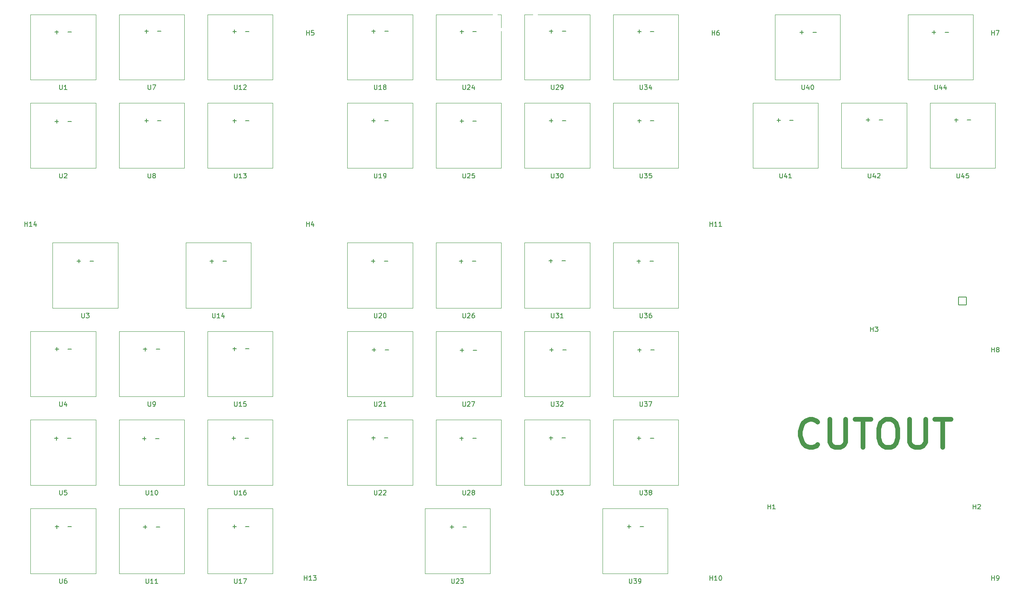
<source format=gto>
G04 #@! TF.GenerationSoftware,KiCad,Pcbnew,(6.0.7)*
G04 #@! TF.CreationDate,2023-02-05T05:30:46+01:00*
G04 #@! TF.ProjectId,DaVinciKbd,44615669-6e63-4694-9b62-642e6b696361,rev?*
G04 #@! TF.SameCoordinates,Original*
G04 #@! TF.FileFunction,Legend,Top*
G04 #@! TF.FilePolarity,Positive*
%FSLAX46Y46*%
G04 Gerber Fmt 4.6, Leading zero omitted, Abs format (unit mm)*
G04 Created by KiCad (PCBNEW (6.0.7)) date 2023-02-05 05:30:46*
%MOMM*%
%LPD*%
G01*
G04 APERTURE LIST*
G04 Aperture macros list*
%AMRoundRect*
0 Rectangle with rounded corners*
0 $1 Rounding radius*
0 $2 $3 $4 $5 $6 $7 $8 $9 X,Y pos of 4 corners*
0 Add a 4 corners polygon primitive as box body*
4,1,4,$2,$3,$4,$5,$6,$7,$8,$9,$2,$3,0*
0 Add four circle primitives for the rounded corners*
1,1,$1+$1,$2,$3*
1,1,$1+$1,$4,$5*
1,1,$1+$1,$6,$7*
1,1,$1+$1,$8,$9*
0 Add four rect primitives between the rounded corners*
20,1,$1+$1,$2,$3,$4,$5,0*
20,1,$1+$1,$4,$5,$6,$7,0*
20,1,$1+$1,$6,$7,$8,$9,0*
20,1,$1+$1,$8,$9,$2,$3,0*%
G04 Aperture macros list end*
%ADD10C,0.150000*%
%ADD11C,1.000000*%
%ADD12C,0.120000*%
%ADD13C,3.102000*%
%ADD14C,4.102000*%
%ADD15C,1.792600*%
%ADD16C,3.702000*%
%ADD17RoundRect,0.051000X-0.850000X0.850000X-0.850000X-0.850000X0.850000X-0.850000X0.850000X0.850000X0*%
%ADD18O,1.802000X1.802000*%
%ADD19C,1.626000*%
%ADD20C,0.702000*%
%ADD21O,1.002000X1.802000*%
%ADD22O,1.002000X2.102000*%
G04 APERTURE END LIST*
D10*
X119144199Y-43674926D02*
X119906104Y-43674926D01*
X119525151Y-44055878D02*
X119525151Y-43293974D01*
X121906104Y-43674926D02*
X122668008Y-43674926D01*
X119216707Y-112044619D02*
X119978612Y-112044619D01*
X119597659Y-112425571D02*
X119597659Y-111663667D01*
X121978612Y-112044619D02*
X122740516Y-112044619D01*
X155059954Y-149917177D02*
X155821859Y-149917177D01*
X155440906Y-150298129D02*
X155440906Y-149536225D01*
X157821859Y-149917177D02*
X158583763Y-149917177D01*
X70238095Y-130938735D02*
X71000000Y-130938735D01*
X70619047Y-131319687D02*
X70619047Y-130557783D01*
X73000000Y-130938735D02*
X73761904Y-130938735D01*
X138410603Y-111961121D02*
X139172508Y-111961121D01*
X138791555Y-112342073D02*
X138791555Y-111580169D01*
X141172508Y-111961121D02*
X141934412Y-111961121D01*
X100244199Y-62794926D02*
X101006104Y-62794926D01*
X100625151Y-63175878D02*
X100625151Y-62413974D01*
X103006104Y-62794926D02*
X103768008Y-62794926D01*
X225238245Y-62658095D02*
X226000150Y-62658095D01*
X225619197Y-63039047D02*
X225619197Y-62277143D01*
X228000150Y-62658095D02*
X228762054Y-62658095D01*
X138338095Y-43591428D02*
X139100000Y-43591428D01*
X138719047Y-43972380D02*
X138719047Y-43210476D01*
X141100000Y-43591428D02*
X141861904Y-43591428D01*
X51486905Y-43601409D02*
X52248810Y-43601409D01*
X51867857Y-43982361D02*
X51867857Y-43220457D01*
X54248810Y-43601409D02*
X55010714Y-43601409D01*
X32293009Y-149940675D02*
X33054914Y-149940675D01*
X32673961Y-150321627D02*
X32673961Y-149559723D01*
X35054914Y-149940675D02*
X35816818Y-149940675D01*
X117042242Y-149978005D02*
X117804147Y-149978005D01*
X117423194Y-150358957D02*
X117423194Y-149597053D01*
X119804147Y-149978005D02*
X120566051Y-149978005D01*
X51193009Y-150000675D02*
X51954914Y-150000675D01*
X51573961Y-150381627D02*
X51573961Y-149619723D01*
X53954914Y-150000675D02*
X54716818Y-150000675D01*
X51193009Y-111861306D02*
X51954914Y-111861306D01*
X51573961Y-112242258D02*
X51573961Y-111480354D01*
X53954914Y-111861306D02*
X54716818Y-111861306D01*
X32144199Y-130962233D02*
X32906104Y-130962233D01*
X32525151Y-131343185D02*
X32525151Y-130581281D01*
X34906104Y-130962233D02*
X35668008Y-130962233D01*
X100244199Y-43614926D02*
X101006104Y-43614926D01*
X100625151Y-43995878D02*
X100625151Y-43233974D01*
X103006104Y-43614926D02*
X103768008Y-43614926D01*
X70386905Y-111777808D02*
X71148810Y-111777808D01*
X70767857Y-112158760D02*
X70767857Y-111396856D01*
X73148810Y-111777808D02*
X73910714Y-111777808D01*
X157238095Y-43651428D02*
X158000000Y-43651428D01*
X157619047Y-44032380D02*
X157619047Y-43270476D01*
X160000000Y-43651428D02*
X160761904Y-43651428D01*
X65520638Y-92981851D02*
X66282543Y-92981851D01*
X65901590Y-93362803D02*
X65901590Y-92600899D01*
X68282543Y-92981851D02*
X69044447Y-92981851D01*
X138288946Y-130878735D02*
X139050851Y-130878735D01*
X138669898Y-131259687D02*
X138669898Y-130497783D01*
X141050851Y-130878735D02*
X141812755Y-130878735D01*
X32247536Y-43783065D02*
X33009441Y-43783065D01*
X32628488Y-44164017D02*
X32628488Y-43402113D01*
X35009441Y-43783065D02*
X35771345Y-43783065D01*
X119034222Y-92974935D02*
X119796127Y-92974935D01*
X119415174Y-93355887D02*
X119415174Y-92593983D01*
X121796127Y-92974935D02*
X122558031Y-92974935D01*
X192104413Y-43802138D02*
X192866318Y-43802138D01*
X192485365Y-44183090D02*
X192485365Y-43421186D01*
X194866318Y-43802138D02*
X195628222Y-43802138D01*
X157310603Y-112021121D02*
X158072508Y-112021121D01*
X157691555Y-112402073D02*
X157691555Y-111640169D01*
X160072508Y-112021121D02*
X160834412Y-112021121D01*
X157188946Y-130938735D02*
X157950851Y-130938735D01*
X157569898Y-131319687D02*
X157569898Y-130557783D01*
X159950851Y-130938735D02*
X160712755Y-130938735D01*
X36992147Y-92921023D02*
X37754052Y-92921023D01*
X37373099Y-93301975D02*
X37373099Y-92540071D01*
X39754052Y-92921023D02*
X40515956Y-92921023D01*
X138338095Y-62771428D02*
X139100000Y-62771428D01*
X138719047Y-63152380D02*
X138719047Y-62390476D01*
X141100000Y-62771428D02*
X141861904Y-62771428D01*
X70386905Y-149917177D02*
X71148810Y-149917177D01*
X70767857Y-150298129D02*
X70767857Y-149536225D01*
X73148810Y-149917177D02*
X73910714Y-149917177D01*
X206338245Y-62598095D02*
X207100150Y-62598095D01*
X206719197Y-62979047D02*
X206719197Y-62217143D01*
X209100150Y-62598095D02*
X209862054Y-62598095D01*
X187144349Y-62681593D02*
X187906254Y-62681593D01*
X187525301Y-63062545D02*
X187525301Y-62300641D01*
X189906254Y-62681593D02*
X190668158Y-62681593D01*
X119144199Y-62854926D02*
X119906104Y-62854926D01*
X119525151Y-63235878D02*
X119525151Y-62473974D01*
X121906104Y-62854926D02*
X122668008Y-62854926D01*
X100195050Y-130902233D02*
X100956955Y-130902233D01*
X100576002Y-131283185D02*
X100576002Y-130521281D01*
X102956955Y-130902233D02*
X103718859Y-130902233D01*
D11*
X195907142Y-132342857D02*
X195621428Y-132628571D01*
X194764285Y-132914285D01*
X194192857Y-132914285D01*
X193335714Y-132628571D01*
X192764285Y-132057142D01*
X192478571Y-131485714D01*
X192192857Y-130342857D01*
X192192857Y-129485714D01*
X192478571Y-128342857D01*
X192764285Y-127771428D01*
X193335714Y-127200000D01*
X194192857Y-126914285D01*
X194764285Y-126914285D01*
X195621428Y-127200000D01*
X195907142Y-127485714D01*
X198478571Y-126914285D02*
X198478571Y-131771428D01*
X198764285Y-132342857D01*
X199050000Y-132628571D01*
X199621428Y-132914285D01*
X200764285Y-132914285D01*
X201335714Y-132628571D01*
X201621428Y-132342857D01*
X201907142Y-131771428D01*
X201907142Y-126914285D01*
X203907142Y-126914285D02*
X207335714Y-126914285D01*
X205621428Y-132914285D02*
X205621428Y-126914285D01*
X210478571Y-126914285D02*
X211621428Y-126914285D01*
X212192857Y-127200000D01*
X212764285Y-127771428D01*
X213050000Y-128914285D01*
X213050000Y-130914285D01*
X212764285Y-132057142D01*
X212192857Y-132628571D01*
X211621428Y-132914285D01*
X210478571Y-132914285D01*
X209907142Y-132628571D01*
X209335714Y-132057142D01*
X209050000Y-130914285D01*
X209050000Y-128914285D01*
X209335714Y-127771428D01*
X209907142Y-127200000D01*
X210478571Y-126914285D01*
X215621428Y-126914285D02*
X215621428Y-131771428D01*
X215907142Y-132342857D01*
X216192857Y-132628571D01*
X216764285Y-132914285D01*
X217907142Y-132914285D01*
X218478571Y-132628571D01*
X218764285Y-132342857D01*
X219050000Y-131771428D01*
X219050000Y-126914285D01*
X221050000Y-126914285D02*
X224478571Y-126914285D01*
X222764285Y-132914285D02*
X222764285Y-126914285D01*
D10*
X119095050Y-130962233D02*
X119856955Y-130962233D01*
X119476002Y-131343185D02*
X119476002Y-130581281D01*
X121856955Y-130962233D02*
X122618859Y-130962233D01*
X157128118Y-92951437D02*
X157890023Y-92951437D01*
X157509070Y-93332389D02*
X157509070Y-92570485D01*
X159890023Y-92951437D02*
X160651927Y-92951437D01*
X51044199Y-131022233D02*
X51806104Y-131022233D01*
X51425151Y-131403185D02*
X51425151Y-130641281D01*
X53806104Y-131022233D02*
X54568008Y-131022233D01*
X70386905Y-43661409D02*
X71148810Y-43661409D01*
X70767857Y-44042361D02*
X70767857Y-43280457D01*
X73148810Y-43661409D02*
X73910714Y-43661409D01*
X157238095Y-62831428D02*
X158000000Y-62831428D01*
X157619047Y-63212380D02*
X157619047Y-62450476D01*
X160000000Y-62831428D02*
X160761904Y-62831428D01*
X51486905Y-62781409D02*
X52248810Y-62781409D01*
X51867857Y-63162361D02*
X51867857Y-62400457D01*
X54248810Y-62781409D02*
X55010714Y-62781409D01*
X32293009Y-111801306D02*
X33054914Y-111801306D01*
X32673961Y-112182258D02*
X32673961Y-111420354D01*
X35054914Y-111801306D02*
X35816818Y-111801306D01*
X138228118Y-92891437D02*
X138990023Y-92891437D01*
X138609070Y-93272389D02*
X138609070Y-92510485D01*
X140990023Y-92891437D02*
X141751927Y-92891437D01*
X70386905Y-62841409D02*
X71148810Y-62841409D01*
X70767857Y-63222361D02*
X70767857Y-62460457D01*
X73148810Y-62841409D02*
X73910714Y-62841409D01*
X100316707Y-111984619D02*
X101078612Y-111984619D01*
X100697659Y-112365571D02*
X100697659Y-111603667D01*
X103078612Y-111984619D02*
X103840516Y-111984619D01*
X100134222Y-92914935D02*
X100896127Y-92914935D01*
X100515174Y-93295887D02*
X100515174Y-92533983D01*
X102896127Y-92914935D02*
X103658031Y-92914935D01*
X220450420Y-43802138D02*
X221212325Y-43802138D01*
X220831372Y-44183090D02*
X220831372Y-43421186D01*
X223212325Y-43802138D02*
X223974229Y-43802138D01*
X32247536Y-62963065D02*
X33009441Y-62963065D01*
X32628488Y-63344017D02*
X32628488Y-62582113D01*
X35009441Y-62963065D02*
X35771345Y-62963065D01*
X33238095Y-55114880D02*
X33238095Y-55924404D01*
X33285714Y-56019642D01*
X33333333Y-56067261D01*
X33428571Y-56114880D01*
X33619047Y-56114880D01*
X33714285Y-56067261D01*
X33761904Y-56019642D01*
X33809523Y-55924404D01*
X33809523Y-55114880D01*
X34809523Y-56114880D02*
X34238095Y-56114880D01*
X34523809Y-56114880D02*
X34523809Y-55114880D01*
X34428571Y-55257738D01*
X34333333Y-55352976D01*
X34238095Y-55400595D01*
X33238095Y-74114880D02*
X33238095Y-74924404D01*
X33285714Y-75019642D01*
X33333333Y-75067261D01*
X33428571Y-75114880D01*
X33619047Y-75114880D01*
X33714285Y-75067261D01*
X33761904Y-75019642D01*
X33809523Y-74924404D01*
X33809523Y-74114880D01*
X34238095Y-74210119D02*
X34285714Y-74162500D01*
X34380952Y-74114880D01*
X34619047Y-74114880D01*
X34714285Y-74162500D01*
X34761904Y-74210119D01*
X34809523Y-74305357D01*
X34809523Y-74400595D01*
X34761904Y-74543452D01*
X34190476Y-75114880D01*
X34809523Y-75114880D01*
X33238095Y-123114880D02*
X33238095Y-123924404D01*
X33285714Y-124019642D01*
X33333333Y-124067261D01*
X33428571Y-124114880D01*
X33619047Y-124114880D01*
X33714285Y-124067261D01*
X33761904Y-124019642D01*
X33809523Y-123924404D01*
X33809523Y-123114880D01*
X34714285Y-123448214D02*
X34714285Y-124114880D01*
X34476190Y-123067261D02*
X34238095Y-123781547D01*
X34857142Y-123781547D01*
X33238095Y-142114880D02*
X33238095Y-142924404D01*
X33285714Y-143019642D01*
X33333333Y-143067261D01*
X33428571Y-143114880D01*
X33619047Y-143114880D01*
X33714285Y-143067261D01*
X33761904Y-143019642D01*
X33809523Y-142924404D01*
X33809523Y-142114880D01*
X34761904Y-142114880D02*
X34285714Y-142114880D01*
X34238095Y-142591071D01*
X34285714Y-142543452D01*
X34380952Y-142495833D01*
X34619047Y-142495833D01*
X34714285Y-142543452D01*
X34761904Y-142591071D01*
X34809523Y-142686309D01*
X34809523Y-142924404D01*
X34761904Y-143019642D01*
X34714285Y-143067261D01*
X34619047Y-143114880D01*
X34380952Y-143114880D01*
X34285714Y-143067261D01*
X34238095Y-143019642D01*
X33238095Y-161114880D02*
X33238095Y-161924404D01*
X33285714Y-162019642D01*
X33333333Y-162067261D01*
X33428571Y-162114880D01*
X33619047Y-162114880D01*
X33714285Y-162067261D01*
X33761904Y-162019642D01*
X33809523Y-161924404D01*
X33809523Y-161114880D01*
X34714285Y-161114880D02*
X34523809Y-161114880D01*
X34428571Y-161162500D01*
X34380952Y-161210119D01*
X34285714Y-161352976D01*
X34238095Y-161543452D01*
X34238095Y-161924404D01*
X34285714Y-162019642D01*
X34333333Y-162067261D01*
X34428571Y-162114880D01*
X34619047Y-162114880D01*
X34714285Y-162067261D01*
X34761904Y-162019642D01*
X34809523Y-161924404D01*
X34809523Y-161686309D01*
X34761904Y-161591071D01*
X34714285Y-161543452D01*
X34619047Y-161495833D01*
X34428571Y-161495833D01*
X34333333Y-161543452D01*
X34285714Y-161591071D01*
X34238095Y-161686309D01*
X52238095Y-55114880D02*
X52238095Y-55924404D01*
X52285714Y-56019642D01*
X52333333Y-56067261D01*
X52428571Y-56114880D01*
X52619047Y-56114880D01*
X52714285Y-56067261D01*
X52761904Y-56019642D01*
X52809523Y-55924404D01*
X52809523Y-55114880D01*
X53190476Y-55114880D02*
X53857142Y-55114880D01*
X53428571Y-56114880D01*
X52238095Y-74114880D02*
X52238095Y-74924404D01*
X52285714Y-75019642D01*
X52333333Y-75067261D01*
X52428571Y-75114880D01*
X52619047Y-75114880D01*
X52714285Y-75067261D01*
X52761904Y-75019642D01*
X52809523Y-74924404D01*
X52809523Y-74114880D01*
X53428571Y-74543452D02*
X53333333Y-74495833D01*
X53285714Y-74448214D01*
X53238095Y-74352976D01*
X53238095Y-74305357D01*
X53285714Y-74210119D01*
X53333333Y-74162500D01*
X53428571Y-74114880D01*
X53619047Y-74114880D01*
X53714285Y-74162500D01*
X53761904Y-74210119D01*
X53809523Y-74305357D01*
X53809523Y-74352976D01*
X53761904Y-74448214D01*
X53714285Y-74495833D01*
X53619047Y-74543452D01*
X53428571Y-74543452D01*
X53333333Y-74591071D01*
X53285714Y-74638690D01*
X53238095Y-74733928D01*
X53238095Y-74924404D01*
X53285714Y-75019642D01*
X53333333Y-75067261D01*
X53428571Y-75114880D01*
X53619047Y-75114880D01*
X53714285Y-75067261D01*
X53761904Y-75019642D01*
X53809523Y-74924404D01*
X53809523Y-74733928D01*
X53761904Y-74638690D01*
X53714285Y-74591071D01*
X53619047Y-74543452D01*
X52238095Y-123114880D02*
X52238095Y-123924404D01*
X52285714Y-124019642D01*
X52333333Y-124067261D01*
X52428571Y-124114880D01*
X52619047Y-124114880D01*
X52714285Y-124067261D01*
X52761904Y-124019642D01*
X52809523Y-123924404D01*
X52809523Y-123114880D01*
X53333333Y-124114880D02*
X53523809Y-124114880D01*
X53619047Y-124067261D01*
X53666666Y-124019642D01*
X53761904Y-123876785D01*
X53809523Y-123686309D01*
X53809523Y-123305357D01*
X53761904Y-123210119D01*
X53714285Y-123162500D01*
X53619047Y-123114880D01*
X53428571Y-123114880D01*
X53333333Y-123162500D01*
X53285714Y-123210119D01*
X53238095Y-123305357D01*
X53238095Y-123543452D01*
X53285714Y-123638690D01*
X53333333Y-123686309D01*
X53428571Y-123733928D01*
X53619047Y-123733928D01*
X53714285Y-123686309D01*
X53761904Y-123638690D01*
X53809523Y-123543452D01*
X51761904Y-142114880D02*
X51761904Y-142924404D01*
X51809523Y-143019642D01*
X51857142Y-143067261D01*
X51952380Y-143114880D01*
X52142857Y-143114880D01*
X52238095Y-143067261D01*
X52285714Y-143019642D01*
X52333333Y-142924404D01*
X52333333Y-142114880D01*
X53333333Y-143114880D02*
X52761904Y-143114880D01*
X53047619Y-143114880D02*
X53047619Y-142114880D01*
X52952380Y-142257738D01*
X52857142Y-142352976D01*
X52761904Y-142400595D01*
X53952380Y-142114880D02*
X54047619Y-142114880D01*
X54142857Y-142162500D01*
X54190476Y-142210119D01*
X54238095Y-142305357D01*
X54285714Y-142495833D01*
X54285714Y-142733928D01*
X54238095Y-142924404D01*
X54190476Y-143019642D01*
X54142857Y-143067261D01*
X54047619Y-143114880D01*
X53952380Y-143114880D01*
X53857142Y-143067261D01*
X53809523Y-143019642D01*
X53761904Y-142924404D01*
X53714285Y-142733928D01*
X53714285Y-142495833D01*
X53761904Y-142305357D01*
X53809523Y-142210119D01*
X53857142Y-142162500D01*
X53952380Y-142114880D01*
X51761904Y-161114880D02*
X51761904Y-161924404D01*
X51809523Y-162019642D01*
X51857142Y-162067261D01*
X51952380Y-162114880D01*
X52142857Y-162114880D01*
X52238095Y-162067261D01*
X52285714Y-162019642D01*
X52333333Y-161924404D01*
X52333333Y-161114880D01*
X53333333Y-162114880D02*
X52761904Y-162114880D01*
X53047619Y-162114880D02*
X53047619Y-161114880D01*
X52952380Y-161257738D01*
X52857142Y-161352976D01*
X52761904Y-161400595D01*
X54285714Y-162114880D02*
X53714285Y-162114880D01*
X54000000Y-162114880D02*
X54000000Y-161114880D01*
X53904761Y-161257738D01*
X53809523Y-161352976D01*
X53714285Y-161400595D01*
X70761904Y-55114880D02*
X70761904Y-55924404D01*
X70809523Y-56019642D01*
X70857142Y-56067261D01*
X70952380Y-56114880D01*
X71142857Y-56114880D01*
X71238095Y-56067261D01*
X71285714Y-56019642D01*
X71333333Y-55924404D01*
X71333333Y-55114880D01*
X72333333Y-56114880D02*
X71761904Y-56114880D01*
X72047619Y-56114880D02*
X72047619Y-55114880D01*
X71952380Y-55257738D01*
X71857142Y-55352976D01*
X71761904Y-55400595D01*
X72714285Y-55210119D02*
X72761904Y-55162500D01*
X72857142Y-55114880D01*
X73095238Y-55114880D01*
X73190476Y-55162500D01*
X73238095Y-55210119D01*
X73285714Y-55305357D01*
X73285714Y-55400595D01*
X73238095Y-55543452D01*
X72666666Y-56114880D01*
X73285714Y-56114880D01*
X70761904Y-74114880D02*
X70761904Y-74924404D01*
X70809523Y-75019642D01*
X70857142Y-75067261D01*
X70952380Y-75114880D01*
X71142857Y-75114880D01*
X71238095Y-75067261D01*
X71285714Y-75019642D01*
X71333333Y-74924404D01*
X71333333Y-74114880D01*
X72333333Y-75114880D02*
X71761904Y-75114880D01*
X72047619Y-75114880D02*
X72047619Y-74114880D01*
X71952380Y-74257738D01*
X71857142Y-74352976D01*
X71761904Y-74400595D01*
X72666666Y-74114880D02*
X73285714Y-74114880D01*
X72952380Y-74495833D01*
X73095238Y-74495833D01*
X73190476Y-74543452D01*
X73238095Y-74591071D01*
X73285714Y-74686309D01*
X73285714Y-74924404D01*
X73238095Y-75019642D01*
X73190476Y-75067261D01*
X73095238Y-75114880D01*
X72809523Y-75114880D01*
X72714285Y-75067261D01*
X72666666Y-75019642D01*
X70761904Y-123114880D02*
X70761904Y-123924404D01*
X70809523Y-124019642D01*
X70857142Y-124067261D01*
X70952380Y-124114880D01*
X71142857Y-124114880D01*
X71238095Y-124067261D01*
X71285714Y-124019642D01*
X71333333Y-123924404D01*
X71333333Y-123114880D01*
X72333333Y-124114880D02*
X71761904Y-124114880D01*
X72047619Y-124114880D02*
X72047619Y-123114880D01*
X71952380Y-123257738D01*
X71857142Y-123352976D01*
X71761904Y-123400595D01*
X73238095Y-123114880D02*
X72761904Y-123114880D01*
X72714285Y-123591071D01*
X72761904Y-123543452D01*
X72857142Y-123495833D01*
X73095238Y-123495833D01*
X73190476Y-123543452D01*
X73238095Y-123591071D01*
X73285714Y-123686309D01*
X73285714Y-123924404D01*
X73238095Y-124019642D01*
X73190476Y-124067261D01*
X73095238Y-124114880D01*
X72857142Y-124114880D01*
X72761904Y-124067261D01*
X72714285Y-124019642D01*
X70761904Y-142114880D02*
X70761904Y-142924404D01*
X70809523Y-143019642D01*
X70857142Y-143067261D01*
X70952380Y-143114880D01*
X71142857Y-143114880D01*
X71238095Y-143067261D01*
X71285714Y-143019642D01*
X71333333Y-142924404D01*
X71333333Y-142114880D01*
X72333333Y-143114880D02*
X71761904Y-143114880D01*
X72047619Y-143114880D02*
X72047619Y-142114880D01*
X71952380Y-142257738D01*
X71857142Y-142352976D01*
X71761904Y-142400595D01*
X73190476Y-142114880D02*
X73000000Y-142114880D01*
X72904761Y-142162500D01*
X72857142Y-142210119D01*
X72761904Y-142352976D01*
X72714285Y-142543452D01*
X72714285Y-142924404D01*
X72761904Y-143019642D01*
X72809523Y-143067261D01*
X72904761Y-143114880D01*
X73095238Y-143114880D01*
X73190476Y-143067261D01*
X73238095Y-143019642D01*
X73285714Y-142924404D01*
X73285714Y-142686309D01*
X73238095Y-142591071D01*
X73190476Y-142543452D01*
X73095238Y-142495833D01*
X72904761Y-142495833D01*
X72809523Y-142543452D01*
X72761904Y-142591071D01*
X72714285Y-142686309D01*
X70761904Y-161114880D02*
X70761904Y-161924404D01*
X70809523Y-162019642D01*
X70857142Y-162067261D01*
X70952380Y-162114880D01*
X71142857Y-162114880D01*
X71238095Y-162067261D01*
X71285714Y-162019642D01*
X71333333Y-161924404D01*
X71333333Y-161114880D01*
X72333333Y-162114880D02*
X71761904Y-162114880D01*
X72047619Y-162114880D02*
X72047619Y-161114880D01*
X71952380Y-161257738D01*
X71857142Y-161352976D01*
X71761904Y-161400595D01*
X72666666Y-161114880D02*
X73333333Y-161114880D01*
X72904761Y-162114880D01*
X192511904Y-55114880D02*
X192511904Y-55924404D01*
X192559523Y-56019642D01*
X192607142Y-56067261D01*
X192702380Y-56114880D01*
X192892857Y-56114880D01*
X192988095Y-56067261D01*
X193035714Y-56019642D01*
X193083333Y-55924404D01*
X193083333Y-55114880D01*
X193988095Y-55448214D02*
X193988095Y-56114880D01*
X193750000Y-55067261D02*
X193511904Y-55781547D01*
X194130952Y-55781547D01*
X194702380Y-55114880D02*
X194797619Y-55114880D01*
X194892857Y-55162500D01*
X194940476Y-55210119D01*
X194988095Y-55305357D01*
X195035714Y-55495833D01*
X195035714Y-55733928D01*
X194988095Y-55924404D01*
X194940476Y-56019642D01*
X194892857Y-56067261D01*
X194797619Y-56114880D01*
X194702380Y-56114880D01*
X194607142Y-56067261D01*
X194559523Y-56019642D01*
X194511904Y-55924404D01*
X194464285Y-55733928D01*
X194464285Y-55495833D01*
X194511904Y-55305357D01*
X194559523Y-55210119D01*
X194607142Y-55162500D01*
X194702380Y-55114880D01*
X187761904Y-74114880D02*
X187761904Y-74924404D01*
X187809523Y-75019642D01*
X187857142Y-75067261D01*
X187952380Y-75114880D01*
X188142857Y-75114880D01*
X188238095Y-75067261D01*
X188285714Y-75019642D01*
X188333333Y-74924404D01*
X188333333Y-74114880D01*
X189238095Y-74448214D02*
X189238095Y-75114880D01*
X189000000Y-74067261D02*
X188761904Y-74781547D01*
X189380952Y-74781547D01*
X190285714Y-75114880D02*
X189714285Y-75114880D01*
X190000000Y-75114880D02*
X190000000Y-74114880D01*
X189904761Y-74257738D01*
X189809523Y-74352976D01*
X189714285Y-74400595D01*
X206761904Y-74114880D02*
X206761904Y-74924404D01*
X206809523Y-75019642D01*
X206857142Y-75067261D01*
X206952380Y-75114880D01*
X207142857Y-75114880D01*
X207238095Y-75067261D01*
X207285714Y-75019642D01*
X207333333Y-74924404D01*
X207333333Y-74114880D01*
X208238095Y-74448214D02*
X208238095Y-75114880D01*
X208000000Y-74067261D02*
X207761904Y-74781547D01*
X208380952Y-74781547D01*
X208714285Y-74210119D02*
X208761904Y-74162500D01*
X208857142Y-74114880D01*
X209095238Y-74114880D01*
X209190476Y-74162500D01*
X209238095Y-74210119D01*
X209285714Y-74305357D01*
X209285714Y-74400595D01*
X209238095Y-74543452D01*
X208666666Y-75114880D01*
X209285714Y-75114880D01*
X225761904Y-74114880D02*
X225761904Y-74924404D01*
X225809523Y-75019642D01*
X225857142Y-75067261D01*
X225952380Y-75114880D01*
X226142857Y-75114880D01*
X226238095Y-75067261D01*
X226285714Y-75019642D01*
X226333333Y-74924404D01*
X226333333Y-74114880D01*
X227238095Y-74448214D02*
X227238095Y-75114880D01*
X227000000Y-74067261D02*
X226761904Y-74781547D01*
X227380952Y-74781547D01*
X228238095Y-74114880D02*
X227761904Y-74114880D01*
X227714285Y-74591071D01*
X227761904Y-74543452D01*
X227857142Y-74495833D01*
X228095238Y-74495833D01*
X228190476Y-74543452D01*
X228238095Y-74591071D01*
X228285714Y-74686309D01*
X228285714Y-74924404D01*
X228238095Y-75019642D01*
X228190476Y-75067261D01*
X228095238Y-75114880D01*
X227857142Y-75114880D01*
X227761904Y-75067261D01*
X227714285Y-75019642D01*
X37988095Y-104114880D02*
X37988095Y-104924404D01*
X38035714Y-105019642D01*
X38083333Y-105067261D01*
X38178571Y-105114880D01*
X38369047Y-105114880D01*
X38464285Y-105067261D01*
X38511904Y-105019642D01*
X38559523Y-104924404D01*
X38559523Y-104114880D01*
X38940476Y-104114880D02*
X39559523Y-104114880D01*
X39226190Y-104495833D01*
X39369047Y-104495833D01*
X39464285Y-104543452D01*
X39511904Y-104591071D01*
X39559523Y-104686309D01*
X39559523Y-104924404D01*
X39511904Y-105019642D01*
X39464285Y-105067261D01*
X39369047Y-105114880D01*
X39083333Y-105114880D01*
X38988095Y-105067261D01*
X38940476Y-105019642D01*
X100761904Y-74114880D02*
X100761904Y-74924404D01*
X100809523Y-75019642D01*
X100857142Y-75067261D01*
X100952380Y-75114880D01*
X101142857Y-75114880D01*
X101238095Y-75067261D01*
X101285714Y-75019642D01*
X101333333Y-74924404D01*
X101333333Y-74114880D01*
X102333333Y-75114880D02*
X101761904Y-75114880D01*
X102047619Y-75114880D02*
X102047619Y-74114880D01*
X101952380Y-74257738D01*
X101857142Y-74352976D01*
X101761904Y-74400595D01*
X102809523Y-75114880D02*
X103000000Y-75114880D01*
X103095238Y-75067261D01*
X103142857Y-75019642D01*
X103238095Y-74876785D01*
X103285714Y-74686309D01*
X103285714Y-74305357D01*
X103238095Y-74210119D01*
X103190476Y-74162500D01*
X103095238Y-74114880D01*
X102904761Y-74114880D01*
X102809523Y-74162500D01*
X102761904Y-74210119D01*
X102714285Y-74305357D01*
X102714285Y-74543452D01*
X102761904Y-74638690D01*
X102809523Y-74686309D01*
X102904761Y-74733928D01*
X103095238Y-74733928D01*
X103190476Y-74686309D01*
X103238095Y-74638690D01*
X103285714Y-74543452D01*
X138761904Y-55114880D02*
X138761904Y-55924404D01*
X138809523Y-56019642D01*
X138857142Y-56067261D01*
X138952380Y-56114880D01*
X139142857Y-56114880D01*
X139238095Y-56067261D01*
X139285714Y-56019642D01*
X139333333Y-55924404D01*
X139333333Y-55114880D01*
X139761904Y-55210119D02*
X139809523Y-55162500D01*
X139904761Y-55114880D01*
X140142857Y-55114880D01*
X140238095Y-55162500D01*
X140285714Y-55210119D01*
X140333333Y-55305357D01*
X140333333Y-55400595D01*
X140285714Y-55543452D01*
X139714285Y-56114880D01*
X140333333Y-56114880D01*
X140809523Y-56114880D02*
X141000000Y-56114880D01*
X141095238Y-56067261D01*
X141142857Y-56019642D01*
X141238095Y-55876785D01*
X141285714Y-55686309D01*
X141285714Y-55305357D01*
X141238095Y-55210119D01*
X141190476Y-55162500D01*
X141095238Y-55114880D01*
X140904761Y-55114880D01*
X140809523Y-55162500D01*
X140761904Y-55210119D01*
X140714285Y-55305357D01*
X140714285Y-55543452D01*
X140761904Y-55638690D01*
X140809523Y-55686309D01*
X140904761Y-55733928D01*
X141095238Y-55733928D01*
X141190476Y-55686309D01*
X141238095Y-55638690D01*
X141285714Y-55543452D01*
X119761904Y-74114880D02*
X119761904Y-74924404D01*
X119809523Y-75019642D01*
X119857142Y-75067261D01*
X119952380Y-75114880D01*
X120142857Y-75114880D01*
X120238095Y-75067261D01*
X120285714Y-75019642D01*
X120333333Y-74924404D01*
X120333333Y-74114880D01*
X120761904Y-74210119D02*
X120809523Y-74162500D01*
X120904761Y-74114880D01*
X121142857Y-74114880D01*
X121238095Y-74162500D01*
X121285714Y-74210119D01*
X121333333Y-74305357D01*
X121333333Y-74400595D01*
X121285714Y-74543452D01*
X120714285Y-75114880D01*
X121333333Y-75114880D01*
X122238095Y-74114880D02*
X121761904Y-74114880D01*
X121714285Y-74591071D01*
X121761904Y-74543452D01*
X121857142Y-74495833D01*
X122095238Y-74495833D01*
X122190476Y-74543452D01*
X122238095Y-74591071D01*
X122285714Y-74686309D01*
X122285714Y-74924404D01*
X122238095Y-75019642D01*
X122190476Y-75067261D01*
X122095238Y-75114880D01*
X121857142Y-75114880D01*
X121761904Y-75067261D01*
X121714285Y-75019642D01*
X100761904Y-55114880D02*
X100761904Y-55924404D01*
X100809523Y-56019642D01*
X100857142Y-56067261D01*
X100952380Y-56114880D01*
X101142857Y-56114880D01*
X101238095Y-56067261D01*
X101285714Y-56019642D01*
X101333333Y-55924404D01*
X101333333Y-55114880D01*
X102333333Y-56114880D02*
X101761904Y-56114880D01*
X102047619Y-56114880D02*
X102047619Y-55114880D01*
X101952380Y-55257738D01*
X101857142Y-55352976D01*
X101761904Y-55400595D01*
X102904761Y-55543452D02*
X102809523Y-55495833D01*
X102761904Y-55448214D01*
X102714285Y-55352976D01*
X102714285Y-55305357D01*
X102761904Y-55210119D01*
X102809523Y-55162500D01*
X102904761Y-55114880D01*
X103095238Y-55114880D01*
X103190476Y-55162500D01*
X103238095Y-55210119D01*
X103285714Y-55305357D01*
X103285714Y-55352976D01*
X103238095Y-55448214D01*
X103190476Y-55495833D01*
X103095238Y-55543452D01*
X102904761Y-55543452D01*
X102809523Y-55591071D01*
X102761904Y-55638690D01*
X102714285Y-55733928D01*
X102714285Y-55924404D01*
X102761904Y-56019642D01*
X102809523Y-56067261D01*
X102904761Y-56114880D01*
X103095238Y-56114880D01*
X103190476Y-56067261D01*
X103238095Y-56019642D01*
X103285714Y-55924404D01*
X103285714Y-55733928D01*
X103238095Y-55638690D01*
X103190476Y-55591071D01*
X103095238Y-55543452D01*
X138761904Y-74114880D02*
X138761904Y-74924404D01*
X138809523Y-75019642D01*
X138857142Y-75067261D01*
X138952380Y-75114880D01*
X139142857Y-75114880D01*
X139238095Y-75067261D01*
X139285714Y-75019642D01*
X139333333Y-74924404D01*
X139333333Y-74114880D01*
X139714285Y-74114880D02*
X140333333Y-74114880D01*
X140000000Y-74495833D01*
X140142857Y-74495833D01*
X140238095Y-74543452D01*
X140285714Y-74591071D01*
X140333333Y-74686309D01*
X140333333Y-74924404D01*
X140285714Y-75019642D01*
X140238095Y-75067261D01*
X140142857Y-75114880D01*
X139857142Y-75114880D01*
X139761904Y-75067261D01*
X139714285Y-75019642D01*
X140952380Y-74114880D02*
X141047619Y-74114880D01*
X141142857Y-74162500D01*
X141190476Y-74210119D01*
X141238095Y-74305357D01*
X141285714Y-74495833D01*
X141285714Y-74733928D01*
X141238095Y-74924404D01*
X141190476Y-75019642D01*
X141142857Y-75067261D01*
X141047619Y-75114880D01*
X140952380Y-75114880D01*
X140857142Y-75067261D01*
X140809523Y-75019642D01*
X140761904Y-74924404D01*
X140714285Y-74733928D01*
X140714285Y-74495833D01*
X140761904Y-74305357D01*
X140809523Y-74210119D01*
X140857142Y-74162500D01*
X140952380Y-74114880D01*
X119761904Y-55114880D02*
X119761904Y-55924404D01*
X119809523Y-56019642D01*
X119857142Y-56067261D01*
X119952380Y-56114880D01*
X120142857Y-56114880D01*
X120238095Y-56067261D01*
X120285714Y-56019642D01*
X120333333Y-55924404D01*
X120333333Y-55114880D01*
X120761904Y-55210119D02*
X120809523Y-55162500D01*
X120904761Y-55114880D01*
X121142857Y-55114880D01*
X121238095Y-55162500D01*
X121285714Y-55210119D01*
X121333333Y-55305357D01*
X121333333Y-55400595D01*
X121285714Y-55543452D01*
X120714285Y-56114880D01*
X121333333Y-56114880D01*
X122190476Y-55448214D02*
X122190476Y-56114880D01*
X121952380Y-55067261D02*
X121714285Y-55781547D01*
X122333333Y-55781547D01*
X157761904Y-74114880D02*
X157761904Y-74924404D01*
X157809523Y-75019642D01*
X157857142Y-75067261D01*
X157952380Y-75114880D01*
X158142857Y-75114880D01*
X158238095Y-75067261D01*
X158285714Y-75019642D01*
X158333333Y-74924404D01*
X158333333Y-74114880D01*
X158714285Y-74114880D02*
X159333333Y-74114880D01*
X159000000Y-74495833D01*
X159142857Y-74495833D01*
X159238095Y-74543452D01*
X159285714Y-74591071D01*
X159333333Y-74686309D01*
X159333333Y-74924404D01*
X159285714Y-75019642D01*
X159238095Y-75067261D01*
X159142857Y-75114880D01*
X158857142Y-75114880D01*
X158761904Y-75067261D01*
X158714285Y-75019642D01*
X160238095Y-74114880D02*
X159761904Y-74114880D01*
X159714285Y-74591071D01*
X159761904Y-74543452D01*
X159857142Y-74495833D01*
X160095238Y-74495833D01*
X160190476Y-74543452D01*
X160238095Y-74591071D01*
X160285714Y-74686309D01*
X160285714Y-74924404D01*
X160238095Y-75019642D01*
X160190476Y-75067261D01*
X160095238Y-75114880D01*
X159857142Y-75114880D01*
X159761904Y-75067261D01*
X159714285Y-75019642D01*
X157761904Y-55114880D02*
X157761904Y-55924404D01*
X157809523Y-56019642D01*
X157857142Y-56067261D01*
X157952380Y-56114880D01*
X158142857Y-56114880D01*
X158238095Y-56067261D01*
X158285714Y-56019642D01*
X158333333Y-55924404D01*
X158333333Y-55114880D01*
X158714285Y-55114880D02*
X159333333Y-55114880D01*
X159000000Y-55495833D01*
X159142857Y-55495833D01*
X159238095Y-55543452D01*
X159285714Y-55591071D01*
X159333333Y-55686309D01*
X159333333Y-55924404D01*
X159285714Y-56019642D01*
X159238095Y-56067261D01*
X159142857Y-56114880D01*
X158857142Y-56114880D01*
X158761904Y-56067261D01*
X158714285Y-56019642D01*
X160190476Y-55448214D02*
X160190476Y-56114880D01*
X159952380Y-55067261D02*
X159714285Y-55781547D01*
X160333333Y-55781547D01*
X155461904Y-161114880D02*
X155461904Y-161924404D01*
X155509523Y-162019642D01*
X155557142Y-162067261D01*
X155652380Y-162114880D01*
X155842857Y-162114880D01*
X155938095Y-162067261D01*
X155985714Y-162019642D01*
X156033333Y-161924404D01*
X156033333Y-161114880D01*
X156414285Y-161114880D02*
X157033333Y-161114880D01*
X156700000Y-161495833D01*
X156842857Y-161495833D01*
X156938095Y-161543452D01*
X156985714Y-161591071D01*
X157033333Y-161686309D01*
X157033333Y-161924404D01*
X156985714Y-162019642D01*
X156938095Y-162067261D01*
X156842857Y-162114880D01*
X156557142Y-162114880D01*
X156461904Y-162067261D01*
X156414285Y-162019642D01*
X157509523Y-162114880D02*
X157700000Y-162114880D01*
X157795238Y-162067261D01*
X157842857Y-162019642D01*
X157938095Y-161876785D01*
X157985714Y-161686309D01*
X157985714Y-161305357D01*
X157938095Y-161210119D01*
X157890476Y-161162500D01*
X157795238Y-161114880D01*
X157604761Y-161114880D01*
X157509523Y-161162500D01*
X157461904Y-161210119D01*
X157414285Y-161305357D01*
X157414285Y-161543452D01*
X157461904Y-161638690D01*
X157509523Y-161686309D01*
X157604761Y-161733928D01*
X157795238Y-161733928D01*
X157890476Y-161686309D01*
X157938095Y-161638690D01*
X157985714Y-161543452D01*
X157761904Y-142114880D02*
X157761904Y-142924404D01*
X157809523Y-143019642D01*
X157857142Y-143067261D01*
X157952380Y-143114880D01*
X158142857Y-143114880D01*
X158238095Y-143067261D01*
X158285714Y-143019642D01*
X158333333Y-142924404D01*
X158333333Y-142114880D01*
X158714285Y-142114880D02*
X159333333Y-142114880D01*
X159000000Y-142495833D01*
X159142857Y-142495833D01*
X159238095Y-142543452D01*
X159285714Y-142591071D01*
X159333333Y-142686309D01*
X159333333Y-142924404D01*
X159285714Y-143019642D01*
X159238095Y-143067261D01*
X159142857Y-143114880D01*
X158857142Y-143114880D01*
X158761904Y-143067261D01*
X158714285Y-143019642D01*
X159904761Y-142543452D02*
X159809523Y-142495833D01*
X159761904Y-142448214D01*
X159714285Y-142352976D01*
X159714285Y-142305357D01*
X159761904Y-142210119D01*
X159809523Y-142162500D01*
X159904761Y-142114880D01*
X160095238Y-142114880D01*
X160190476Y-142162500D01*
X160238095Y-142210119D01*
X160285714Y-142305357D01*
X160285714Y-142352976D01*
X160238095Y-142448214D01*
X160190476Y-142495833D01*
X160095238Y-142543452D01*
X159904761Y-142543452D01*
X159809523Y-142591071D01*
X159761904Y-142638690D01*
X159714285Y-142733928D01*
X159714285Y-142924404D01*
X159761904Y-143019642D01*
X159809523Y-143067261D01*
X159904761Y-143114880D01*
X160095238Y-143114880D01*
X160190476Y-143067261D01*
X160238095Y-143019642D01*
X160285714Y-142924404D01*
X160285714Y-142733928D01*
X160238095Y-142638690D01*
X160190476Y-142591071D01*
X160095238Y-142543452D01*
X157761904Y-104114880D02*
X157761904Y-104924404D01*
X157809523Y-105019642D01*
X157857142Y-105067261D01*
X157952380Y-105114880D01*
X158142857Y-105114880D01*
X158238095Y-105067261D01*
X158285714Y-105019642D01*
X158333333Y-104924404D01*
X158333333Y-104114880D01*
X158714285Y-104114880D02*
X159333333Y-104114880D01*
X159000000Y-104495833D01*
X159142857Y-104495833D01*
X159238095Y-104543452D01*
X159285714Y-104591071D01*
X159333333Y-104686309D01*
X159333333Y-104924404D01*
X159285714Y-105019642D01*
X159238095Y-105067261D01*
X159142857Y-105114880D01*
X158857142Y-105114880D01*
X158761904Y-105067261D01*
X158714285Y-105019642D01*
X160190476Y-104114880D02*
X160000000Y-104114880D01*
X159904761Y-104162500D01*
X159857142Y-104210119D01*
X159761904Y-104352976D01*
X159714285Y-104543452D01*
X159714285Y-104924404D01*
X159761904Y-105019642D01*
X159809523Y-105067261D01*
X159904761Y-105114880D01*
X160095238Y-105114880D01*
X160190476Y-105067261D01*
X160238095Y-105019642D01*
X160285714Y-104924404D01*
X160285714Y-104686309D01*
X160238095Y-104591071D01*
X160190476Y-104543452D01*
X160095238Y-104495833D01*
X159904761Y-104495833D01*
X159809523Y-104543452D01*
X159761904Y-104591071D01*
X159714285Y-104686309D01*
X138761904Y-142114880D02*
X138761904Y-142924404D01*
X138809523Y-143019642D01*
X138857142Y-143067261D01*
X138952380Y-143114880D01*
X139142857Y-143114880D01*
X139238095Y-143067261D01*
X139285714Y-143019642D01*
X139333333Y-142924404D01*
X139333333Y-142114880D01*
X139714285Y-142114880D02*
X140333333Y-142114880D01*
X140000000Y-142495833D01*
X140142857Y-142495833D01*
X140238095Y-142543452D01*
X140285714Y-142591071D01*
X140333333Y-142686309D01*
X140333333Y-142924404D01*
X140285714Y-143019642D01*
X140238095Y-143067261D01*
X140142857Y-143114880D01*
X139857142Y-143114880D01*
X139761904Y-143067261D01*
X139714285Y-143019642D01*
X140666666Y-142114880D02*
X141285714Y-142114880D01*
X140952380Y-142495833D01*
X141095238Y-142495833D01*
X141190476Y-142543452D01*
X141238095Y-142591071D01*
X141285714Y-142686309D01*
X141285714Y-142924404D01*
X141238095Y-143019642D01*
X141190476Y-143067261D01*
X141095238Y-143114880D01*
X140809523Y-143114880D01*
X140714285Y-143067261D01*
X140666666Y-143019642D01*
X138761904Y-123114880D02*
X138761904Y-123924404D01*
X138809523Y-124019642D01*
X138857142Y-124067261D01*
X138952380Y-124114880D01*
X139142857Y-124114880D01*
X139238095Y-124067261D01*
X139285714Y-124019642D01*
X139333333Y-123924404D01*
X139333333Y-123114880D01*
X139714285Y-123114880D02*
X140333333Y-123114880D01*
X140000000Y-123495833D01*
X140142857Y-123495833D01*
X140238095Y-123543452D01*
X140285714Y-123591071D01*
X140333333Y-123686309D01*
X140333333Y-123924404D01*
X140285714Y-124019642D01*
X140238095Y-124067261D01*
X140142857Y-124114880D01*
X139857142Y-124114880D01*
X139761904Y-124067261D01*
X139714285Y-124019642D01*
X140714285Y-123210119D02*
X140761904Y-123162500D01*
X140857142Y-123114880D01*
X141095238Y-123114880D01*
X141190476Y-123162500D01*
X141238095Y-123210119D01*
X141285714Y-123305357D01*
X141285714Y-123400595D01*
X141238095Y-123543452D01*
X140666666Y-124114880D01*
X141285714Y-124114880D01*
X119761904Y-123114880D02*
X119761904Y-123924404D01*
X119809523Y-124019642D01*
X119857142Y-124067261D01*
X119952380Y-124114880D01*
X120142857Y-124114880D01*
X120238095Y-124067261D01*
X120285714Y-124019642D01*
X120333333Y-123924404D01*
X120333333Y-123114880D01*
X120761904Y-123210119D02*
X120809523Y-123162500D01*
X120904761Y-123114880D01*
X121142857Y-123114880D01*
X121238095Y-123162500D01*
X121285714Y-123210119D01*
X121333333Y-123305357D01*
X121333333Y-123400595D01*
X121285714Y-123543452D01*
X120714285Y-124114880D01*
X121333333Y-124114880D01*
X121666666Y-123114880D02*
X122333333Y-123114880D01*
X121904761Y-124114880D01*
X100761904Y-123114880D02*
X100761904Y-123924404D01*
X100809523Y-124019642D01*
X100857142Y-124067261D01*
X100952380Y-124114880D01*
X101142857Y-124114880D01*
X101238095Y-124067261D01*
X101285714Y-124019642D01*
X101333333Y-123924404D01*
X101333333Y-123114880D01*
X101761904Y-123210119D02*
X101809523Y-123162500D01*
X101904761Y-123114880D01*
X102142857Y-123114880D01*
X102238095Y-123162500D01*
X102285714Y-123210119D01*
X102333333Y-123305357D01*
X102333333Y-123400595D01*
X102285714Y-123543452D01*
X101714285Y-124114880D01*
X102333333Y-124114880D01*
X103285714Y-124114880D02*
X102714285Y-124114880D01*
X103000000Y-124114880D02*
X103000000Y-123114880D01*
X102904761Y-123257738D01*
X102809523Y-123352976D01*
X102714285Y-123400595D01*
X138761904Y-104114880D02*
X138761904Y-104924404D01*
X138809523Y-105019642D01*
X138857142Y-105067261D01*
X138952380Y-105114880D01*
X139142857Y-105114880D01*
X139238095Y-105067261D01*
X139285714Y-105019642D01*
X139333333Y-104924404D01*
X139333333Y-104114880D01*
X139714285Y-104114880D02*
X140333333Y-104114880D01*
X140000000Y-104495833D01*
X140142857Y-104495833D01*
X140238095Y-104543452D01*
X140285714Y-104591071D01*
X140333333Y-104686309D01*
X140333333Y-104924404D01*
X140285714Y-105019642D01*
X140238095Y-105067261D01*
X140142857Y-105114880D01*
X139857142Y-105114880D01*
X139761904Y-105067261D01*
X139714285Y-105019642D01*
X141285714Y-105114880D02*
X140714285Y-105114880D01*
X141000000Y-105114880D02*
X141000000Y-104114880D01*
X140904761Y-104257738D01*
X140809523Y-104352976D01*
X140714285Y-104400595D01*
X117361904Y-161114880D02*
X117361904Y-161924404D01*
X117409523Y-162019642D01*
X117457142Y-162067261D01*
X117552380Y-162114880D01*
X117742857Y-162114880D01*
X117838095Y-162067261D01*
X117885714Y-162019642D01*
X117933333Y-161924404D01*
X117933333Y-161114880D01*
X118361904Y-161210119D02*
X118409523Y-161162500D01*
X118504761Y-161114880D01*
X118742857Y-161114880D01*
X118838095Y-161162500D01*
X118885714Y-161210119D01*
X118933333Y-161305357D01*
X118933333Y-161400595D01*
X118885714Y-161543452D01*
X118314285Y-162114880D01*
X118933333Y-162114880D01*
X119266666Y-161114880D02*
X119885714Y-161114880D01*
X119552380Y-161495833D01*
X119695238Y-161495833D01*
X119790476Y-161543452D01*
X119838095Y-161591071D01*
X119885714Y-161686309D01*
X119885714Y-161924404D01*
X119838095Y-162019642D01*
X119790476Y-162067261D01*
X119695238Y-162114880D01*
X119409523Y-162114880D01*
X119314285Y-162067261D01*
X119266666Y-162019642D01*
X157761904Y-123114880D02*
X157761904Y-123924404D01*
X157809523Y-124019642D01*
X157857142Y-124067261D01*
X157952380Y-124114880D01*
X158142857Y-124114880D01*
X158238095Y-124067261D01*
X158285714Y-124019642D01*
X158333333Y-123924404D01*
X158333333Y-123114880D01*
X158714285Y-123114880D02*
X159333333Y-123114880D01*
X159000000Y-123495833D01*
X159142857Y-123495833D01*
X159238095Y-123543452D01*
X159285714Y-123591071D01*
X159333333Y-123686309D01*
X159333333Y-123924404D01*
X159285714Y-124019642D01*
X159238095Y-124067261D01*
X159142857Y-124114880D01*
X158857142Y-124114880D01*
X158761904Y-124067261D01*
X158714285Y-124019642D01*
X159666666Y-123114880D02*
X160333333Y-123114880D01*
X159904761Y-124114880D01*
X119761904Y-142114880D02*
X119761904Y-142924404D01*
X119809523Y-143019642D01*
X119857142Y-143067261D01*
X119952380Y-143114880D01*
X120142857Y-143114880D01*
X120238095Y-143067261D01*
X120285714Y-143019642D01*
X120333333Y-142924404D01*
X120333333Y-142114880D01*
X120761904Y-142210119D02*
X120809523Y-142162500D01*
X120904761Y-142114880D01*
X121142857Y-142114880D01*
X121238095Y-142162500D01*
X121285714Y-142210119D01*
X121333333Y-142305357D01*
X121333333Y-142400595D01*
X121285714Y-142543452D01*
X120714285Y-143114880D01*
X121333333Y-143114880D01*
X121904761Y-142543452D02*
X121809523Y-142495833D01*
X121761904Y-142448214D01*
X121714285Y-142352976D01*
X121714285Y-142305357D01*
X121761904Y-142210119D01*
X121809523Y-142162500D01*
X121904761Y-142114880D01*
X122095238Y-142114880D01*
X122190476Y-142162500D01*
X122238095Y-142210119D01*
X122285714Y-142305357D01*
X122285714Y-142352976D01*
X122238095Y-142448214D01*
X122190476Y-142495833D01*
X122095238Y-142543452D01*
X121904761Y-142543452D01*
X121809523Y-142591071D01*
X121761904Y-142638690D01*
X121714285Y-142733928D01*
X121714285Y-142924404D01*
X121761904Y-143019642D01*
X121809523Y-143067261D01*
X121904761Y-143114880D01*
X122095238Y-143114880D01*
X122190476Y-143067261D01*
X122238095Y-143019642D01*
X122285714Y-142924404D01*
X122285714Y-142733928D01*
X122238095Y-142638690D01*
X122190476Y-142591071D01*
X122095238Y-142543452D01*
X100761904Y-142114880D02*
X100761904Y-142924404D01*
X100809523Y-143019642D01*
X100857142Y-143067261D01*
X100952380Y-143114880D01*
X101142857Y-143114880D01*
X101238095Y-143067261D01*
X101285714Y-143019642D01*
X101333333Y-142924404D01*
X101333333Y-142114880D01*
X101761904Y-142210119D02*
X101809523Y-142162500D01*
X101904761Y-142114880D01*
X102142857Y-142114880D01*
X102238095Y-142162500D01*
X102285714Y-142210119D01*
X102333333Y-142305357D01*
X102333333Y-142400595D01*
X102285714Y-142543452D01*
X101714285Y-143114880D01*
X102333333Y-143114880D01*
X102714285Y-142210119D02*
X102761904Y-142162500D01*
X102857142Y-142114880D01*
X103095238Y-142114880D01*
X103190476Y-142162500D01*
X103238095Y-142210119D01*
X103285714Y-142305357D01*
X103285714Y-142400595D01*
X103238095Y-142543452D01*
X102666666Y-143114880D01*
X103285714Y-143114880D01*
X119761904Y-104114880D02*
X119761904Y-104924404D01*
X119809523Y-105019642D01*
X119857142Y-105067261D01*
X119952380Y-105114880D01*
X120142857Y-105114880D01*
X120238095Y-105067261D01*
X120285714Y-105019642D01*
X120333333Y-104924404D01*
X120333333Y-104114880D01*
X120761904Y-104210119D02*
X120809523Y-104162500D01*
X120904761Y-104114880D01*
X121142857Y-104114880D01*
X121238095Y-104162500D01*
X121285714Y-104210119D01*
X121333333Y-104305357D01*
X121333333Y-104400595D01*
X121285714Y-104543452D01*
X120714285Y-105114880D01*
X121333333Y-105114880D01*
X122190476Y-104114880D02*
X122000000Y-104114880D01*
X121904761Y-104162500D01*
X121857142Y-104210119D01*
X121761904Y-104352976D01*
X121714285Y-104543452D01*
X121714285Y-104924404D01*
X121761904Y-105019642D01*
X121809523Y-105067261D01*
X121904761Y-105114880D01*
X122095238Y-105114880D01*
X122190476Y-105067261D01*
X122238095Y-105019642D01*
X122285714Y-104924404D01*
X122285714Y-104686309D01*
X122238095Y-104591071D01*
X122190476Y-104543452D01*
X122095238Y-104495833D01*
X121904761Y-104495833D01*
X121809523Y-104543452D01*
X121761904Y-104591071D01*
X121714285Y-104686309D01*
X185238095Y-146152380D02*
X185238095Y-145152380D01*
X185238095Y-145628571D02*
X185809523Y-145628571D01*
X185809523Y-146152380D02*
X185809523Y-145152380D01*
X186809523Y-146152380D02*
X186238095Y-146152380D01*
X186523809Y-146152380D02*
X186523809Y-145152380D01*
X186428571Y-145295238D01*
X186333333Y-145390476D01*
X186238095Y-145438095D01*
X229238095Y-146152380D02*
X229238095Y-145152380D01*
X229238095Y-145628571D02*
X229809523Y-145628571D01*
X229809523Y-146152380D02*
X229809523Y-145152380D01*
X230238095Y-145247619D02*
X230285714Y-145200000D01*
X230380952Y-145152380D01*
X230619047Y-145152380D01*
X230714285Y-145200000D01*
X230761904Y-145247619D01*
X230809523Y-145342857D01*
X230809523Y-145438095D01*
X230761904Y-145580952D01*
X230190476Y-146152380D01*
X230809523Y-146152380D01*
X207238095Y-108052380D02*
X207238095Y-107052380D01*
X207238095Y-107528571D02*
X207809523Y-107528571D01*
X207809523Y-108052380D02*
X207809523Y-107052380D01*
X208190476Y-107052380D02*
X208809523Y-107052380D01*
X208476190Y-107433333D01*
X208619047Y-107433333D01*
X208714285Y-107480952D01*
X208761904Y-107528571D01*
X208809523Y-107623809D01*
X208809523Y-107861904D01*
X208761904Y-107957142D01*
X208714285Y-108004761D01*
X208619047Y-108052380D01*
X208333333Y-108052380D01*
X208238095Y-108004761D01*
X208190476Y-107957142D01*
X86238095Y-44452380D02*
X86238095Y-43452380D01*
X86238095Y-43928571D02*
X86809523Y-43928571D01*
X86809523Y-44452380D02*
X86809523Y-43452380D01*
X87761904Y-43452380D02*
X87285714Y-43452380D01*
X87238095Y-43928571D01*
X87285714Y-43880952D01*
X87380952Y-43833333D01*
X87619047Y-43833333D01*
X87714285Y-43880952D01*
X87761904Y-43928571D01*
X87809523Y-44023809D01*
X87809523Y-44261904D01*
X87761904Y-44357142D01*
X87714285Y-44404761D01*
X87619047Y-44452380D01*
X87380952Y-44452380D01*
X87285714Y-44404761D01*
X87238095Y-44357142D01*
X173238095Y-44452380D02*
X173238095Y-43452380D01*
X173238095Y-43928571D02*
X173809523Y-43928571D01*
X173809523Y-44452380D02*
X173809523Y-43452380D01*
X174714285Y-43452380D02*
X174523809Y-43452380D01*
X174428571Y-43500000D01*
X174380952Y-43547619D01*
X174285714Y-43690476D01*
X174238095Y-43880952D01*
X174238095Y-44261904D01*
X174285714Y-44357142D01*
X174333333Y-44404761D01*
X174428571Y-44452380D01*
X174619047Y-44452380D01*
X174714285Y-44404761D01*
X174761904Y-44357142D01*
X174809523Y-44261904D01*
X174809523Y-44023809D01*
X174761904Y-43928571D01*
X174714285Y-43880952D01*
X174619047Y-43833333D01*
X174428571Y-43833333D01*
X174333333Y-43880952D01*
X174285714Y-43928571D01*
X174238095Y-44023809D01*
X233238095Y-44452380D02*
X233238095Y-43452380D01*
X233238095Y-43928571D02*
X233809523Y-43928571D01*
X233809523Y-44452380D02*
X233809523Y-43452380D01*
X234190476Y-43452380D02*
X234857142Y-43452380D01*
X234428571Y-44452380D01*
X233238095Y-112452380D02*
X233238095Y-111452380D01*
X233238095Y-111928571D02*
X233809523Y-111928571D01*
X233809523Y-112452380D02*
X233809523Y-111452380D01*
X234428571Y-111880952D02*
X234333333Y-111833333D01*
X234285714Y-111785714D01*
X234238095Y-111690476D01*
X234238095Y-111642857D01*
X234285714Y-111547619D01*
X234333333Y-111500000D01*
X234428571Y-111452380D01*
X234619047Y-111452380D01*
X234714285Y-111500000D01*
X234761904Y-111547619D01*
X234809523Y-111642857D01*
X234809523Y-111690476D01*
X234761904Y-111785714D01*
X234714285Y-111833333D01*
X234619047Y-111880952D01*
X234428571Y-111880952D01*
X234333333Y-111928571D01*
X234285714Y-111976190D01*
X234238095Y-112071428D01*
X234238095Y-112261904D01*
X234285714Y-112357142D01*
X234333333Y-112404761D01*
X234428571Y-112452380D01*
X234619047Y-112452380D01*
X234714285Y-112404761D01*
X234761904Y-112357142D01*
X234809523Y-112261904D01*
X234809523Y-112071428D01*
X234761904Y-111976190D01*
X234714285Y-111928571D01*
X234619047Y-111880952D01*
X233238095Y-161452380D02*
X233238095Y-160452380D01*
X233238095Y-160928571D02*
X233809523Y-160928571D01*
X233809523Y-161452380D02*
X233809523Y-160452380D01*
X234333333Y-161452380D02*
X234523809Y-161452380D01*
X234619047Y-161404761D01*
X234666666Y-161357142D01*
X234761904Y-161214285D01*
X234809523Y-161023809D01*
X234809523Y-160642857D01*
X234761904Y-160547619D01*
X234714285Y-160500000D01*
X234619047Y-160452380D01*
X234428571Y-160452380D01*
X234333333Y-160500000D01*
X234285714Y-160547619D01*
X234238095Y-160642857D01*
X234238095Y-160880952D01*
X234285714Y-160976190D01*
X234333333Y-161023809D01*
X234428571Y-161071428D01*
X234619047Y-161071428D01*
X234714285Y-161023809D01*
X234761904Y-160976190D01*
X234809523Y-160880952D01*
X172761904Y-161452380D02*
X172761904Y-160452380D01*
X172761904Y-160928571D02*
X173333333Y-160928571D01*
X173333333Y-161452380D02*
X173333333Y-160452380D01*
X174333333Y-161452380D02*
X173761904Y-161452380D01*
X174047619Y-161452380D02*
X174047619Y-160452380D01*
X173952380Y-160595238D01*
X173857142Y-160690476D01*
X173761904Y-160738095D01*
X174952380Y-160452380D02*
X175047619Y-160452380D01*
X175142857Y-160500000D01*
X175190476Y-160547619D01*
X175238095Y-160642857D01*
X175285714Y-160833333D01*
X175285714Y-161071428D01*
X175238095Y-161261904D01*
X175190476Y-161357142D01*
X175142857Y-161404761D01*
X175047619Y-161452380D01*
X174952380Y-161452380D01*
X174857142Y-161404761D01*
X174809523Y-161357142D01*
X174761904Y-161261904D01*
X174714285Y-161071428D01*
X174714285Y-160833333D01*
X174761904Y-160642857D01*
X174809523Y-160547619D01*
X174857142Y-160500000D01*
X174952380Y-160452380D01*
X172761904Y-85452380D02*
X172761904Y-84452380D01*
X172761904Y-84928571D02*
X173333333Y-84928571D01*
X173333333Y-85452380D02*
X173333333Y-84452380D01*
X174333333Y-85452380D02*
X173761904Y-85452380D01*
X174047619Y-85452380D02*
X174047619Y-84452380D01*
X173952380Y-84595238D01*
X173857142Y-84690476D01*
X173761904Y-84738095D01*
X175285714Y-85452380D02*
X174714285Y-85452380D01*
X175000000Y-85452380D02*
X175000000Y-84452380D01*
X174904761Y-84595238D01*
X174809523Y-84690476D01*
X174714285Y-84738095D01*
X85761904Y-161452380D02*
X85761904Y-160452380D01*
X85761904Y-160928571D02*
X86333333Y-160928571D01*
X86333333Y-161452380D02*
X86333333Y-160452380D01*
X87333333Y-161452380D02*
X86761904Y-161452380D01*
X87047619Y-161452380D02*
X87047619Y-160452380D01*
X86952380Y-160595238D01*
X86857142Y-160690476D01*
X86761904Y-160738095D01*
X87666666Y-160452380D02*
X88285714Y-160452380D01*
X87952380Y-160833333D01*
X88095238Y-160833333D01*
X88190476Y-160880952D01*
X88238095Y-160928571D01*
X88285714Y-161023809D01*
X88285714Y-161261904D01*
X88238095Y-161357142D01*
X88190476Y-161404761D01*
X88095238Y-161452380D01*
X87809523Y-161452380D01*
X87714285Y-161404761D01*
X87666666Y-161357142D01*
X25761904Y-85452380D02*
X25761904Y-84452380D01*
X25761904Y-84928571D02*
X26333333Y-84928571D01*
X26333333Y-85452380D02*
X26333333Y-84452380D01*
X27333333Y-85452380D02*
X26761904Y-85452380D01*
X27047619Y-85452380D02*
X27047619Y-84452380D01*
X26952380Y-84595238D01*
X26857142Y-84690476D01*
X26761904Y-84738095D01*
X28190476Y-84785714D02*
X28190476Y-85452380D01*
X27952380Y-84404761D02*
X27714285Y-85119047D01*
X28333333Y-85119047D01*
X86238095Y-85452380D02*
X86238095Y-84452380D01*
X86238095Y-84928571D02*
X86809523Y-84928571D01*
X86809523Y-85452380D02*
X86809523Y-84452380D01*
X87714285Y-84785714D02*
X87714285Y-85452380D01*
X87476190Y-84404761D02*
X87238095Y-85119047D01*
X87857142Y-85119047D01*
X221011904Y-55114880D02*
X221011904Y-55924404D01*
X221059523Y-56019642D01*
X221107142Y-56067261D01*
X221202380Y-56114880D01*
X221392857Y-56114880D01*
X221488095Y-56067261D01*
X221535714Y-56019642D01*
X221583333Y-55924404D01*
X221583333Y-55114880D01*
X222488095Y-55448214D02*
X222488095Y-56114880D01*
X222250000Y-55067261D02*
X222011904Y-55781547D01*
X222630952Y-55781547D01*
X223440476Y-55448214D02*
X223440476Y-56114880D01*
X223202380Y-55067261D02*
X222964285Y-55781547D01*
X223583333Y-55781547D01*
X66061904Y-104114880D02*
X66061904Y-104924404D01*
X66109523Y-105019642D01*
X66157142Y-105067261D01*
X66252380Y-105114880D01*
X66442857Y-105114880D01*
X66538095Y-105067261D01*
X66585714Y-105019642D01*
X66633333Y-104924404D01*
X66633333Y-104114880D01*
X67633333Y-105114880D02*
X67061904Y-105114880D01*
X67347619Y-105114880D02*
X67347619Y-104114880D01*
X67252380Y-104257738D01*
X67157142Y-104352976D01*
X67061904Y-104400595D01*
X68490476Y-104448214D02*
X68490476Y-105114880D01*
X68252380Y-104067261D02*
X68014285Y-104781547D01*
X68633333Y-104781547D01*
X100761904Y-104114880D02*
X100761904Y-104924404D01*
X100809523Y-105019642D01*
X100857142Y-105067261D01*
X100952380Y-105114880D01*
X101142857Y-105114880D01*
X101238095Y-105067261D01*
X101285714Y-105019642D01*
X101333333Y-104924404D01*
X101333333Y-104114880D01*
X101761904Y-104210119D02*
X101809523Y-104162500D01*
X101904761Y-104114880D01*
X102142857Y-104114880D01*
X102238095Y-104162500D01*
X102285714Y-104210119D01*
X102333333Y-104305357D01*
X102333333Y-104400595D01*
X102285714Y-104543452D01*
X101714285Y-105114880D01*
X102333333Y-105114880D01*
X102952380Y-104114880D02*
X103047619Y-104114880D01*
X103142857Y-104162500D01*
X103190476Y-104210119D01*
X103238095Y-104305357D01*
X103285714Y-104495833D01*
X103285714Y-104733928D01*
X103238095Y-104924404D01*
X103190476Y-105019642D01*
X103142857Y-105067261D01*
X103047619Y-105114880D01*
X102952380Y-105114880D01*
X102857142Y-105067261D01*
X102809523Y-105019642D01*
X102761904Y-104924404D01*
X102714285Y-104733928D01*
X102714285Y-104495833D01*
X102761904Y-104305357D01*
X102809523Y-104210119D01*
X102857142Y-104162500D01*
X102952380Y-104114880D01*
D12*
X27000000Y-40000000D02*
X41000000Y-40000000D01*
X41000000Y-54000000D02*
X41000000Y-40000000D01*
X27000000Y-54000000D02*
X27000000Y-40000000D01*
X41000000Y-54000000D02*
X27000000Y-54000000D01*
X41000000Y-73000000D02*
X41000000Y-59000000D01*
X27000000Y-73000000D02*
X27000000Y-59000000D01*
X41000000Y-73000000D02*
X27000000Y-73000000D01*
X27000000Y-59000000D02*
X41000000Y-59000000D01*
X41000000Y-122000000D02*
X41000000Y-108000000D01*
X27000000Y-122000000D02*
X27000000Y-108000000D01*
X27000000Y-108000000D02*
X41000000Y-108000000D01*
X41000000Y-122000000D02*
X27000000Y-122000000D01*
X27000000Y-141000000D02*
X27000000Y-127000000D01*
X27000000Y-127000000D02*
X41000000Y-127000000D01*
X41000000Y-141000000D02*
X27000000Y-141000000D01*
X41000000Y-141000000D02*
X41000000Y-127000000D01*
X27000000Y-146000000D02*
X41000000Y-146000000D01*
X27000000Y-160000000D02*
X27000000Y-146000000D01*
X41000000Y-160000000D02*
X41000000Y-146000000D01*
X41000000Y-160000000D02*
X27000000Y-160000000D01*
X60000000Y-54000000D02*
X46000000Y-54000000D01*
X46000000Y-40000000D02*
X60000000Y-40000000D01*
X46000000Y-54000000D02*
X46000000Y-40000000D01*
X60000000Y-54000000D02*
X60000000Y-40000000D01*
X46000000Y-59000000D02*
X60000000Y-59000000D01*
X60000000Y-73000000D02*
X60000000Y-59000000D01*
X46000000Y-73000000D02*
X46000000Y-59000000D01*
X60000000Y-73000000D02*
X46000000Y-73000000D01*
X46000000Y-108000000D02*
X60000000Y-108000000D01*
X46000000Y-122000000D02*
X46000000Y-108000000D01*
X60000000Y-122000000D02*
X46000000Y-122000000D01*
X60000000Y-122000000D02*
X60000000Y-108000000D01*
X46000000Y-127000000D02*
X60000000Y-127000000D01*
X60000000Y-141000000D02*
X60000000Y-127000000D01*
X60000000Y-141000000D02*
X46000000Y-141000000D01*
X46000000Y-141000000D02*
X46000000Y-127000000D01*
X60000000Y-160000000D02*
X46000000Y-160000000D01*
X46000000Y-146000000D02*
X60000000Y-146000000D01*
X46000000Y-160000000D02*
X46000000Y-146000000D01*
X60000000Y-160000000D02*
X60000000Y-146000000D01*
X65000000Y-40000000D02*
X79000000Y-40000000D01*
X65000000Y-54000000D02*
X65000000Y-40000000D01*
X79000000Y-54000000D02*
X79000000Y-40000000D01*
X79000000Y-54000000D02*
X65000000Y-54000000D01*
X65000000Y-73000000D02*
X65000000Y-59000000D01*
X65000000Y-59000000D02*
X79000000Y-59000000D01*
X79000000Y-73000000D02*
X79000000Y-59000000D01*
X79000000Y-73000000D02*
X65000000Y-73000000D01*
X79000000Y-122000000D02*
X79000000Y-108000000D01*
X79000000Y-122000000D02*
X65000000Y-122000000D01*
X65000000Y-108000000D02*
X79000000Y-108000000D01*
X65000000Y-122000000D02*
X65000000Y-108000000D01*
X65000000Y-141000000D02*
X65000000Y-127000000D01*
X65000000Y-127000000D02*
X79000000Y-127000000D01*
X79000000Y-141000000D02*
X65000000Y-141000000D01*
X79000000Y-141000000D02*
X79000000Y-127000000D01*
X65000000Y-160000000D02*
X65000000Y-146000000D01*
X79000000Y-160000000D02*
X65000000Y-160000000D01*
X79000000Y-160000000D02*
X79000000Y-146000000D01*
X65000000Y-146000000D02*
X79000000Y-146000000D01*
X200750000Y-54000000D02*
X186750000Y-54000000D01*
X186750000Y-54000000D02*
X186750000Y-40000000D01*
X186750000Y-40000000D02*
X200750000Y-40000000D01*
X200750000Y-54000000D02*
X200750000Y-40000000D01*
X196000000Y-73000000D02*
X182000000Y-73000000D01*
X182000000Y-73000000D02*
X182000000Y-59000000D01*
X196000000Y-73000000D02*
X196000000Y-59000000D01*
X182000000Y-59000000D02*
X196000000Y-59000000D01*
X201000000Y-59000000D02*
X215000000Y-59000000D01*
X201000000Y-73000000D02*
X201000000Y-59000000D01*
X215000000Y-73000000D02*
X215000000Y-59000000D01*
X215000000Y-73000000D02*
X201000000Y-73000000D01*
X220000000Y-59000000D02*
X234000000Y-59000000D01*
X220000000Y-73000000D02*
X220000000Y-59000000D01*
X234000000Y-73000000D02*
X220000000Y-73000000D01*
X234000000Y-73000000D02*
X234000000Y-59000000D01*
X45750000Y-103000000D02*
X31750000Y-103000000D01*
X31750000Y-89000000D02*
X45750000Y-89000000D01*
X31750000Y-103000000D02*
X31750000Y-89000000D01*
X45750000Y-103000000D02*
X45750000Y-89000000D01*
X109000000Y-73000000D02*
X95000000Y-73000000D01*
X109000000Y-73000000D02*
X109000000Y-59000000D01*
X95000000Y-73000000D02*
X95000000Y-59000000D01*
X95000000Y-59000000D02*
X109000000Y-59000000D01*
X133000000Y-40000000D02*
X147000000Y-40000000D01*
X147000000Y-54000000D02*
X147000000Y-40000000D01*
X147000000Y-54000000D02*
X133000000Y-54000000D01*
X133000000Y-54000000D02*
X133000000Y-40000000D01*
X128000000Y-73000000D02*
X114000000Y-73000000D01*
X114000000Y-59000000D02*
X128000000Y-59000000D01*
X114000000Y-73000000D02*
X114000000Y-59000000D01*
X128000000Y-73000000D02*
X128000000Y-59000000D01*
X109000000Y-54000000D02*
X95000000Y-54000000D01*
X109000000Y-54000000D02*
X109000000Y-40000000D01*
X95000000Y-40000000D02*
X109000000Y-40000000D01*
X95000000Y-54000000D02*
X95000000Y-40000000D01*
X133000000Y-73000000D02*
X133000000Y-59000000D01*
X147000000Y-73000000D02*
X133000000Y-73000000D01*
X147000000Y-73000000D02*
X147000000Y-59000000D01*
X133000000Y-59000000D02*
X147000000Y-59000000D01*
X114000000Y-54000000D02*
X114000000Y-40000000D01*
X128000000Y-54000000D02*
X114000000Y-54000000D01*
X114000000Y-40000000D02*
X128000000Y-40000000D01*
X128000000Y-54000000D02*
X128000000Y-40000000D01*
X166000000Y-73000000D02*
X152000000Y-73000000D01*
X152000000Y-59000000D02*
X166000000Y-59000000D01*
X152000000Y-73000000D02*
X152000000Y-59000000D01*
X166000000Y-73000000D02*
X166000000Y-59000000D01*
X166000000Y-54000000D02*
X152000000Y-54000000D01*
X152000000Y-40000000D02*
X166000000Y-40000000D01*
X152000000Y-54000000D02*
X152000000Y-40000000D01*
X166000000Y-54000000D02*
X166000000Y-40000000D01*
X149700000Y-146000000D02*
X163700000Y-146000000D01*
X149700000Y-160000000D02*
X149700000Y-146000000D01*
X163700000Y-160000000D02*
X163700000Y-146000000D01*
X163700000Y-160000000D02*
X149700000Y-160000000D01*
X166000000Y-141000000D02*
X152000000Y-141000000D01*
X152000000Y-141000000D02*
X152000000Y-127000000D01*
X152000000Y-127000000D02*
X166000000Y-127000000D01*
X166000000Y-141000000D02*
X166000000Y-127000000D01*
X166000000Y-103000000D02*
X166000000Y-89000000D01*
X152000000Y-89000000D02*
X166000000Y-89000000D01*
X152000000Y-103000000D02*
X152000000Y-89000000D01*
X166000000Y-103000000D02*
X152000000Y-103000000D01*
X147000000Y-141000000D02*
X147000000Y-127000000D01*
X147000000Y-141000000D02*
X133000000Y-141000000D01*
X133000000Y-141000000D02*
X133000000Y-127000000D01*
X133000000Y-127000000D02*
X147000000Y-127000000D01*
X133000000Y-108000000D02*
X147000000Y-108000000D01*
X147000000Y-122000000D02*
X147000000Y-108000000D01*
X133000000Y-122000000D02*
X133000000Y-108000000D01*
X147000000Y-122000000D02*
X133000000Y-122000000D01*
X128000000Y-122000000D02*
X128000000Y-108000000D01*
X114000000Y-122000000D02*
X114000000Y-108000000D01*
X128000000Y-122000000D02*
X114000000Y-122000000D01*
X114000000Y-108000000D02*
X128000000Y-108000000D01*
X109000000Y-122000000D02*
X109000000Y-108000000D01*
X95000000Y-108000000D02*
X109000000Y-108000000D01*
X109000000Y-122000000D02*
X95000000Y-122000000D01*
X95000000Y-122000000D02*
X95000000Y-108000000D01*
X133000000Y-103000000D02*
X133000000Y-89000000D01*
X147000000Y-103000000D02*
X133000000Y-103000000D01*
X133000000Y-89000000D02*
X147000000Y-89000000D01*
X147000000Y-103000000D02*
X147000000Y-89000000D01*
X111600000Y-160000000D02*
X111600000Y-146000000D01*
X125600000Y-160000000D02*
X111600000Y-160000000D01*
X111600000Y-146000000D02*
X125600000Y-146000000D01*
X125600000Y-160000000D02*
X125600000Y-146000000D01*
X152000000Y-122000000D02*
X152000000Y-108000000D01*
X166000000Y-122000000D02*
X166000000Y-108000000D01*
X152000000Y-108000000D02*
X166000000Y-108000000D01*
X166000000Y-122000000D02*
X152000000Y-122000000D01*
X114000000Y-127000000D02*
X128000000Y-127000000D01*
X128000000Y-141000000D02*
X114000000Y-141000000D01*
X128000000Y-141000000D02*
X128000000Y-127000000D01*
X114000000Y-141000000D02*
X114000000Y-127000000D01*
X109000000Y-141000000D02*
X109000000Y-127000000D01*
X109000000Y-141000000D02*
X95000000Y-141000000D01*
X95000000Y-127000000D02*
X109000000Y-127000000D01*
X95000000Y-141000000D02*
X95000000Y-127000000D01*
X114000000Y-103000000D02*
X114000000Y-89000000D01*
X128000000Y-103000000D02*
X128000000Y-89000000D01*
X114000000Y-89000000D02*
X128000000Y-89000000D01*
X128000000Y-103000000D02*
X114000000Y-103000000D01*
X215250000Y-54000000D02*
X215250000Y-40000000D01*
X229250000Y-54000000D02*
X215250000Y-54000000D01*
X229250000Y-54000000D02*
X229250000Y-40000000D01*
X215250000Y-40000000D02*
X229250000Y-40000000D01*
X74300000Y-103000000D02*
X74300000Y-89000000D01*
X74300000Y-103000000D02*
X60300000Y-103000000D01*
X60300000Y-89000000D02*
X74300000Y-89000000D01*
X60300000Y-103000000D02*
X60300000Y-89000000D01*
X95000000Y-103000000D02*
X95000000Y-89000000D01*
X109000000Y-103000000D02*
X109000000Y-89000000D01*
X95000000Y-89000000D02*
X109000000Y-89000000D01*
X109000000Y-103000000D02*
X95000000Y-103000000D01*
%LPC*%
D13*
X37810000Y-49540000D03*
D14*
X34000000Y-47000000D03*
D13*
X31460000Y-52080000D03*
D15*
X35270000Y-41920000D03*
X32730000Y-41920000D03*
D13*
X31460000Y-71080000D03*
D14*
X34000000Y-66000000D03*
D13*
X37810000Y-68540000D03*
D15*
X35270000Y-60920000D03*
X32730000Y-60920000D03*
D13*
X37810000Y-117540000D03*
D14*
X34000000Y-115000000D03*
D13*
X31460000Y-120080000D03*
D15*
X35270000Y-109920000D03*
X32730000Y-109920000D03*
D14*
X34000000Y-134000000D03*
D13*
X37810000Y-136540000D03*
X31460000Y-139080000D03*
D15*
X35270000Y-128920000D03*
X32730000Y-128920000D03*
D13*
X37810000Y-155540000D03*
D14*
X34000000Y-153000000D03*
D13*
X31460000Y-158080000D03*
D15*
X35270000Y-147920000D03*
X32730000Y-147920000D03*
D13*
X56810000Y-49540000D03*
D14*
X53000000Y-47000000D03*
D13*
X50460000Y-52080000D03*
D15*
X54270000Y-41920000D03*
X51730000Y-41920000D03*
D13*
X50460000Y-71080000D03*
D14*
X53000000Y-66000000D03*
D13*
X56810000Y-68540000D03*
D15*
X54270000Y-60920000D03*
X51730000Y-60920000D03*
D13*
X56810000Y-117540000D03*
D14*
X53000000Y-115000000D03*
D13*
X50460000Y-120080000D03*
D15*
X54270000Y-109920000D03*
X51730000Y-109920000D03*
D13*
X56810000Y-136540000D03*
D14*
X53000000Y-134000000D03*
D13*
X50460000Y-139080000D03*
D15*
X54270000Y-128920000D03*
X51730000Y-128920000D03*
D13*
X50460000Y-158080000D03*
X56810000Y-155540000D03*
D14*
X53000000Y-153000000D03*
D15*
X54270000Y-147920000D03*
X51730000Y-147920000D03*
D13*
X75810000Y-49540000D03*
X69460000Y-52080000D03*
D14*
X72000000Y-47000000D03*
D15*
X73270000Y-41920000D03*
X70730000Y-41920000D03*
D13*
X75810000Y-68540000D03*
X69460000Y-71080000D03*
D14*
X72000000Y-66000000D03*
D15*
X73270000Y-60920000D03*
X70730000Y-60920000D03*
D14*
X72000000Y-115000000D03*
D13*
X69460000Y-120080000D03*
X75810000Y-117540000D03*
D15*
X73270000Y-109920000D03*
X70730000Y-109920000D03*
D13*
X75810000Y-136540000D03*
X69460000Y-139080000D03*
D14*
X72000000Y-134000000D03*
D15*
X73270000Y-128920000D03*
X70730000Y-128920000D03*
D13*
X75810000Y-155540000D03*
D14*
X72000000Y-153000000D03*
D13*
X69460000Y-158080000D03*
D15*
X73270000Y-147920000D03*
X70730000Y-147920000D03*
D14*
X193750000Y-47000000D03*
D13*
X197560000Y-49540000D03*
X191210000Y-52080000D03*
D15*
X195020000Y-41920000D03*
X192480000Y-41920000D03*
D13*
X186460000Y-71080000D03*
X192810000Y-68540000D03*
D14*
X189000000Y-66000000D03*
D15*
X190270000Y-60920000D03*
X187730000Y-60920000D03*
D13*
X205460000Y-71080000D03*
X211810000Y-68540000D03*
D14*
X208000000Y-66000000D03*
D15*
X209270000Y-60920000D03*
X206730000Y-60920000D03*
D13*
X230810000Y-68540000D03*
X224460000Y-71080000D03*
D14*
X227000000Y-66000000D03*
D15*
X228270000Y-60920000D03*
X225730000Y-60920000D03*
D14*
X38750000Y-96000000D03*
D13*
X36210000Y-101080000D03*
X42560000Y-98540000D03*
D15*
X40020000Y-90920000D03*
X37480000Y-90920000D03*
D13*
X99460000Y-71080000D03*
D14*
X102000000Y-66000000D03*
D13*
X105810000Y-68540000D03*
D15*
X103270000Y-60920000D03*
X100730000Y-60920000D03*
D13*
X137460000Y-52080000D03*
D14*
X140000000Y-47000000D03*
D13*
X143810000Y-49540000D03*
D15*
X141270000Y-41920000D03*
X138730000Y-41920000D03*
D14*
X121000000Y-66000000D03*
D13*
X124810000Y-68540000D03*
X118460000Y-71080000D03*
D15*
X122270000Y-60920000D03*
X119730000Y-60920000D03*
D13*
X99460000Y-52080000D03*
D14*
X102000000Y-47000000D03*
D13*
X105810000Y-49540000D03*
D15*
X103270000Y-41920000D03*
X100730000Y-41920000D03*
D13*
X143810000Y-68540000D03*
X137460000Y-71080000D03*
D14*
X140000000Y-66000000D03*
D15*
X141270000Y-60920000D03*
X138730000Y-60920000D03*
D13*
X118460000Y-52080000D03*
D14*
X121000000Y-47000000D03*
D13*
X124810000Y-49540000D03*
D15*
X122270000Y-41920000D03*
X119730000Y-41920000D03*
D13*
X156460000Y-71080000D03*
X162810000Y-68540000D03*
D14*
X159000000Y-66000000D03*
D15*
X160270000Y-60920000D03*
X157730000Y-60920000D03*
D13*
X156460000Y-52080000D03*
X162810000Y-49540000D03*
D14*
X159000000Y-47000000D03*
D15*
X160270000Y-41920000D03*
X157730000Y-41920000D03*
D13*
X160510000Y-155540000D03*
D14*
X156700000Y-153000000D03*
D13*
X154160000Y-158080000D03*
D15*
X157970000Y-147920000D03*
X155430000Y-147920000D03*
D14*
X159000000Y-134000000D03*
D13*
X162810000Y-136540000D03*
X156460000Y-139080000D03*
D15*
X160270000Y-128920000D03*
X157730000Y-128920000D03*
D13*
X156460000Y-101080000D03*
X162810000Y-98540000D03*
D14*
X159000000Y-96000000D03*
D15*
X160270000Y-90920000D03*
X157730000Y-90920000D03*
D14*
X140000000Y-134000000D03*
D13*
X143810000Y-136540000D03*
X137460000Y-139080000D03*
D15*
X141270000Y-128920000D03*
X138730000Y-128920000D03*
D13*
X137460000Y-120080000D03*
D14*
X140000000Y-115000000D03*
D13*
X143810000Y-117540000D03*
D15*
X141270000Y-109920000D03*
X138730000Y-109920000D03*
D14*
X121000000Y-115000000D03*
D13*
X124810000Y-117540000D03*
X118460000Y-120080000D03*
D15*
X122270000Y-109920000D03*
X119730000Y-109920000D03*
D13*
X99460000Y-120080000D03*
D14*
X102000000Y-115000000D03*
D13*
X105810000Y-117540000D03*
D15*
X103270000Y-109920000D03*
X100730000Y-109920000D03*
D13*
X137460000Y-101080000D03*
D14*
X140000000Y-96000000D03*
D13*
X143810000Y-98540000D03*
D15*
X141270000Y-90920000D03*
X138730000Y-90920000D03*
D13*
X122410000Y-155540000D03*
D14*
X118600000Y-153000000D03*
D13*
X116060000Y-158080000D03*
D15*
X119870000Y-147920000D03*
X117330000Y-147920000D03*
D14*
X159000000Y-115000000D03*
D13*
X156460000Y-120080000D03*
X162810000Y-117540000D03*
D15*
X160270000Y-109920000D03*
X157730000Y-109920000D03*
D13*
X118460000Y-139080000D03*
X124810000Y-136540000D03*
D14*
X121000000Y-134000000D03*
D15*
X122270000Y-128920000D03*
X119730000Y-128920000D03*
D13*
X99460000Y-139080000D03*
X105810000Y-136540000D03*
D14*
X102000000Y-134000000D03*
D15*
X103270000Y-128920000D03*
X100730000Y-128920000D03*
D13*
X118460000Y-101080000D03*
X124810000Y-98540000D03*
D14*
X121000000Y-96000000D03*
D15*
X122270000Y-90920000D03*
X119730000Y-90920000D03*
D16*
X186000000Y-142700000D03*
X230000000Y-142700000D03*
X208000000Y-104600000D03*
X87000000Y-41000000D03*
X174000000Y-41000000D03*
X234000000Y-41000000D03*
X234000000Y-109000000D03*
X234000000Y-158000000D03*
X174000000Y-158000000D03*
X174000000Y-82000000D03*
X87000000Y-158000000D03*
X27000000Y-82000000D03*
X87000000Y-82000000D03*
D13*
X226060000Y-49540000D03*
D14*
X222250000Y-47000000D03*
D13*
X219710000Y-52080000D03*
D15*
X223520000Y-41920000D03*
X220980000Y-41920000D03*
D13*
X71110000Y-98540000D03*
X64760000Y-101080000D03*
D14*
X67300000Y-96000000D03*
D15*
X68570000Y-90920000D03*
X66030000Y-90920000D03*
D13*
X105810000Y-98540000D03*
D14*
X102000000Y-96000000D03*
D13*
X99460000Y-101080000D03*
D15*
X103270000Y-90920000D03*
X100730000Y-90920000D03*
D17*
X226920000Y-101500000D03*
D18*
X229460000Y-101500000D03*
X232000000Y-101500000D03*
X234540000Y-101500000D03*
D19*
X229050000Y-79380000D03*
X185870000Y-94620000D03*
X190950000Y-94620000D03*
X188410000Y-94620000D03*
X234130000Y-79380000D03*
X231590000Y-79380000D03*
X226510000Y-79380000D03*
X196030000Y-79380000D03*
X198570000Y-79380000D03*
X201110000Y-79380000D03*
X203650000Y-79380000D03*
X206190000Y-79380000D03*
X208730000Y-79380000D03*
X211270000Y-79380000D03*
X213810000Y-79380000D03*
X223970000Y-94620000D03*
X221430000Y-94620000D03*
X218890000Y-94620000D03*
X216350000Y-94620000D03*
X213810000Y-94620000D03*
X211270000Y-94620000D03*
X216350000Y-79380000D03*
X218890000Y-79380000D03*
X208730000Y-94620000D03*
X206190000Y-94620000D03*
X203650000Y-94620000D03*
X201110000Y-94620000D03*
X198570000Y-94620000D03*
X196030000Y-94620000D03*
X193490000Y-94620000D03*
X221430000Y-79380000D03*
X223970000Y-79380000D03*
X234130000Y-94620000D03*
X231590000Y-94620000D03*
X229050000Y-94620000D03*
X226510000Y-94620000D03*
X188410000Y-79380000D03*
X190950000Y-79380000D03*
X193490000Y-79380000D03*
X185870000Y-79380000D03*
D20*
X133890000Y-43250000D03*
X128110000Y-43250000D03*
D21*
X126680000Y-39560000D03*
X135320000Y-39560000D03*
D22*
X126680000Y-43730000D03*
X135320000Y-43730000D03*
M02*

</source>
